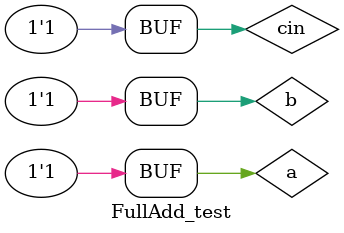
<source format=v>
`timescale 1ns / 1ps


module FullAdd_test();
reg a,b,cin;
wire s,cout;

FullAdd uut(a,b,cin,s,cout);
initial
begin
a = 0;
b = 0;
cin = 0;
#10
a = 0;
b = 0;
cin = 1;
#10
a = 0;
b = 1;
cin = 0;
#10
a = 0;
b = 1;
cin = 1;
#10
a = 1;
b = 0;
cin = 0;
#10
a = 1;
b = 0;
cin = 1;
#10
a = 1;
b = 1;
cin = 0;
#10
a = 1;
b = 1;
cin = 1;
end
endmodule

</source>
